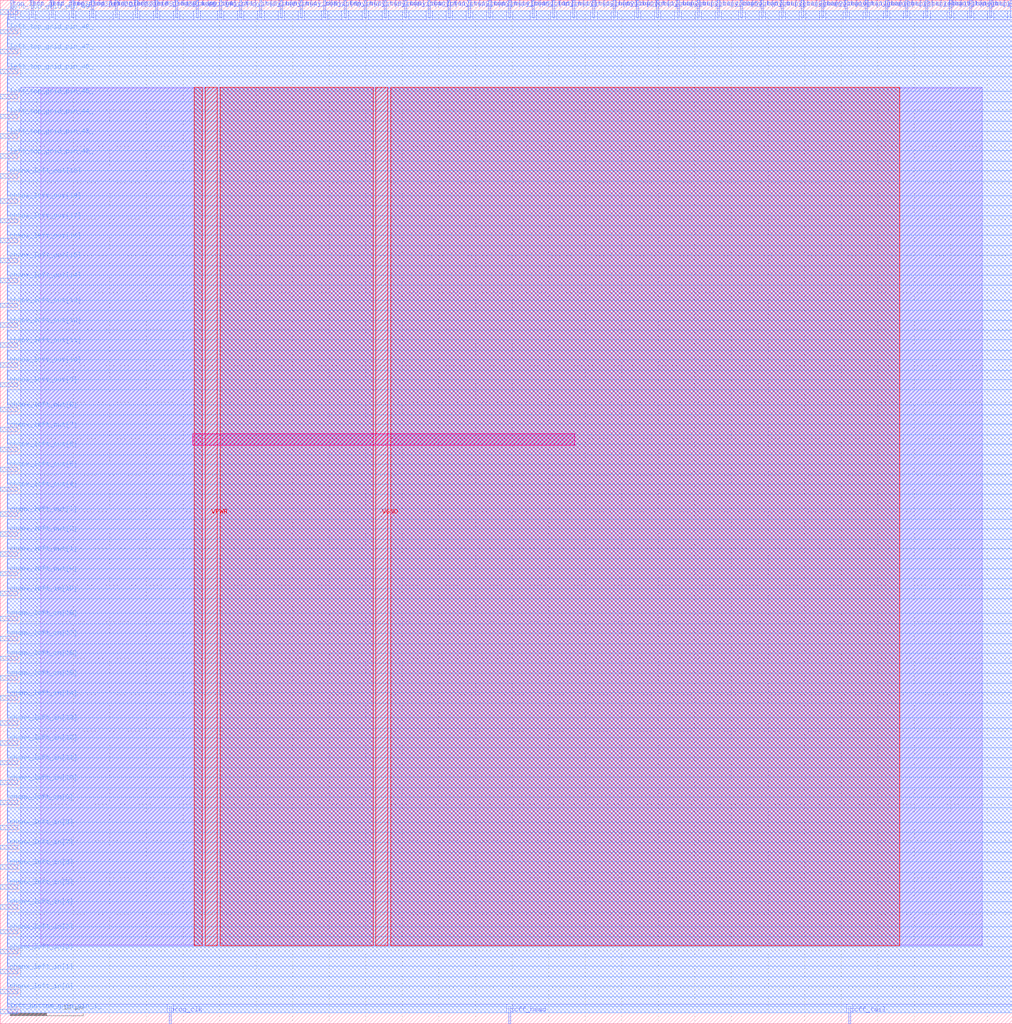
<source format=lef>
VERSION 5.7 ;
  NOWIREEXTENSIONATPIN ON ;
  DIVIDERCHAR "/" ;
  BUSBITCHARS "[]" ;
MACRO sb_2__0_
  CLASS BLOCK ;
  FOREIGN sb_2__0_ ;
  ORIGIN 0.000 0.000 ;
  SIZE 138.395 BY 140.000 ;
  PIN ccff_head
    DIRECTION INPUT ;
    PORT
      LAYER met2 ;
        RECT 69.550 0.000 69.830 2.400 ;
    END
  END ccff_head
  PIN ccff_tail
    DIRECTION OUTPUT TRISTATE ;
    PORT
      LAYER met2 ;
        RECT 116.010 0.000 116.290 2.400 ;
    END
  END ccff_tail
  PIN chanx_left_in[0]
    DIRECTION INPUT ;
    PORT
      LAYER met3 ;
        RECT 0.000 4.120 2.400 4.720 ;
    END
  END chanx_left_in[0]
  PIN chanx_left_in[10]
    DIRECTION INPUT ;
    PORT
      LAYER met3 ;
        RECT 0.000 32.680 2.400 33.280 ;
    END
  END chanx_left_in[10]
  PIN chanx_left_in[11]
    DIRECTION INPUT ;
    PORT
      LAYER met3 ;
        RECT 0.000 35.400 2.400 36.000 ;
    END
  END chanx_left_in[11]
  PIN chanx_left_in[12]
    DIRECTION INPUT ;
    PORT
      LAYER met3 ;
        RECT 0.000 38.120 2.400 38.720 ;
    END
  END chanx_left_in[12]
  PIN chanx_left_in[13]
    DIRECTION INPUT ;
    PORT
      LAYER met3 ;
        RECT 0.000 40.840 2.400 41.440 ;
    END
  END chanx_left_in[13]
  PIN chanx_left_in[14]
    DIRECTION INPUT ;
    PORT
      LAYER met3 ;
        RECT 0.000 44.240 2.400 44.840 ;
    END
  END chanx_left_in[14]
  PIN chanx_left_in[15]
    DIRECTION INPUT ;
    PORT
      LAYER met3 ;
        RECT 0.000 46.960 2.400 47.560 ;
    END
  END chanx_left_in[15]
  PIN chanx_left_in[16]
    DIRECTION INPUT ;
    PORT
      LAYER met3 ;
        RECT 0.000 49.680 2.400 50.280 ;
    END
  END chanx_left_in[16]
  PIN chanx_left_in[17]
    DIRECTION INPUT ;
    PORT
      LAYER met3 ;
        RECT 0.000 52.400 2.400 53.000 ;
    END
  END chanx_left_in[17]
  PIN chanx_left_in[18]
    DIRECTION INPUT ;
    PORT
      LAYER met3 ;
        RECT 0.000 55.120 2.400 55.720 ;
    END
  END chanx_left_in[18]
  PIN chanx_left_in[19]
    DIRECTION INPUT ;
    PORT
      LAYER met3 ;
        RECT 0.000 58.520 2.400 59.120 ;
    END
  END chanx_left_in[19]
  PIN chanx_left_in[1]
    DIRECTION INPUT ;
    PORT
      LAYER met3 ;
        RECT 0.000 6.840 2.400 7.440 ;
    END
  END chanx_left_in[1]
  PIN chanx_left_in[2]
    DIRECTION INPUT ;
    PORT
      LAYER met3 ;
        RECT 0.000 9.560 2.400 10.160 ;
    END
  END chanx_left_in[2]
  PIN chanx_left_in[3]
    DIRECTION INPUT ;
    PORT
      LAYER met3 ;
        RECT 0.000 12.280 2.400 12.880 ;
    END
  END chanx_left_in[3]
  PIN chanx_left_in[4]
    DIRECTION INPUT ;
    PORT
      LAYER met3 ;
        RECT 0.000 15.680 2.400 16.280 ;
    END
  END chanx_left_in[4]
  PIN chanx_left_in[5]
    DIRECTION INPUT ;
    PORT
      LAYER met3 ;
        RECT 0.000 18.400 2.400 19.000 ;
    END
  END chanx_left_in[5]
  PIN chanx_left_in[6]
    DIRECTION INPUT ;
    PORT
      LAYER met3 ;
        RECT 0.000 21.120 2.400 21.720 ;
    END
  END chanx_left_in[6]
  PIN chanx_left_in[7]
    DIRECTION INPUT ;
    PORT
      LAYER met3 ;
        RECT 0.000 23.840 2.400 24.440 ;
    END
  END chanx_left_in[7]
  PIN chanx_left_in[8]
    DIRECTION INPUT ;
    PORT
      LAYER met3 ;
        RECT 0.000 26.560 2.400 27.160 ;
    END
  END chanx_left_in[8]
  PIN chanx_left_in[9]
    DIRECTION INPUT ;
    PORT
      LAYER met3 ;
        RECT 0.000 29.960 2.400 30.560 ;
    END
  END chanx_left_in[9]
  PIN chanx_left_out[0]
    DIRECTION OUTPUT TRISTATE ;
    PORT
      LAYER met3 ;
        RECT 0.000 61.240 2.400 61.840 ;
    END
  END chanx_left_out[0]
  PIN chanx_left_out[10]
    DIRECTION OUTPUT TRISTATE ;
    PORT
      LAYER met3 ;
        RECT 0.000 89.800 2.400 90.400 ;
    END
  END chanx_left_out[10]
  PIN chanx_left_out[11]
    DIRECTION OUTPUT TRISTATE ;
    PORT
      LAYER met3 ;
        RECT 0.000 92.520 2.400 93.120 ;
    END
  END chanx_left_out[11]
  PIN chanx_left_out[12]
    DIRECTION OUTPUT TRISTATE ;
    PORT
      LAYER met3 ;
        RECT 0.000 95.240 2.400 95.840 ;
    END
  END chanx_left_out[12]
  PIN chanx_left_out[13]
    DIRECTION OUTPUT TRISTATE ;
    PORT
      LAYER met3 ;
        RECT 0.000 97.960 2.400 98.560 ;
    END
  END chanx_left_out[13]
  PIN chanx_left_out[14]
    DIRECTION OUTPUT TRISTATE ;
    PORT
      LAYER met3 ;
        RECT 0.000 101.360 2.400 101.960 ;
    END
  END chanx_left_out[14]
  PIN chanx_left_out[15]
    DIRECTION OUTPUT TRISTATE ;
    PORT
      LAYER met3 ;
        RECT 0.000 104.080 2.400 104.680 ;
    END
  END chanx_left_out[15]
  PIN chanx_left_out[16]
    DIRECTION OUTPUT TRISTATE ;
    PORT
      LAYER met3 ;
        RECT 0.000 106.800 2.400 107.400 ;
    END
  END chanx_left_out[16]
  PIN chanx_left_out[17]
    DIRECTION OUTPUT TRISTATE ;
    PORT
      LAYER met3 ;
        RECT 0.000 109.520 2.400 110.120 ;
    END
  END chanx_left_out[17]
  PIN chanx_left_out[18]
    DIRECTION OUTPUT TRISTATE ;
    PORT
      LAYER met3 ;
        RECT 0.000 112.240 2.400 112.840 ;
    END
  END chanx_left_out[18]
  PIN chanx_left_out[19]
    DIRECTION OUTPUT TRISTATE ;
    PORT
      LAYER met3 ;
        RECT 0.000 115.640 2.400 116.240 ;
    END
  END chanx_left_out[19]
  PIN chanx_left_out[1]
    DIRECTION OUTPUT TRISTATE ;
    PORT
      LAYER met3 ;
        RECT 0.000 63.960 2.400 64.560 ;
    END
  END chanx_left_out[1]
  PIN chanx_left_out[2]
    DIRECTION OUTPUT TRISTATE ;
    PORT
      LAYER met3 ;
        RECT 0.000 66.680 2.400 67.280 ;
    END
  END chanx_left_out[2]
  PIN chanx_left_out[3]
    DIRECTION OUTPUT TRISTATE ;
    PORT
      LAYER met3 ;
        RECT 0.000 69.400 2.400 70.000 ;
    END
  END chanx_left_out[3]
  PIN chanx_left_out[4]
    DIRECTION OUTPUT TRISTATE ;
    PORT
      LAYER met3 ;
        RECT 0.000 72.800 2.400 73.400 ;
    END
  END chanx_left_out[4]
  PIN chanx_left_out[5]
    DIRECTION OUTPUT TRISTATE ;
    PORT
      LAYER met3 ;
        RECT 0.000 75.520 2.400 76.120 ;
    END
  END chanx_left_out[5]
  PIN chanx_left_out[6]
    DIRECTION OUTPUT TRISTATE ;
    PORT
      LAYER met3 ;
        RECT 0.000 78.240 2.400 78.840 ;
    END
  END chanx_left_out[6]
  PIN chanx_left_out[7]
    DIRECTION OUTPUT TRISTATE ;
    PORT
      LAYER met3 ;
        RECT 0.000 80.960 2.400 81.560 ;
    END
  END chanx_left_out[7]
  PIN chanx_left_out[8]
    DIRECTION OUTPUT TRISTATE ;
    PORT
      LAYER met3 ;
        RECT 0.000 83.680 2.400 84.280 ;
    END
  END chanx_left_out[8]
  PIN chanx_left_out[9]
    DIRECTION OUTPUT TRISTATE ;
    PORT
      LAYER met3 ;
        RECT 0.000 87.080 2.400 87.680 ;
    END
  END chanx_left_out[9]
  PIN chany_top_in[0]
    DIRECTION INPUT ;
    PORT
      LAYER met2 ;
        RECT 24.010 137.600 24.290 140.000 ;
    END
  END chany_top_in[0]
  PIN chany_top_in[10]
    DIRECTION INPUT ;
    PORT
      LAYER met2 ;
        RECT 52.530 137.600 52.810 140.000 ;
    END
  END chany_top_in[10]
  PIN chany_top_in[11]
    DIRECTION INPUT ;
    PORT
      LAYER met2 ;
        RECT 55.290 137.600 55.570 140.000 ;
    END
  END chany_top_in[11]
  PIN chany_top_in[12]
    DIRECTION INPUT ;
    PORT
      LAYER met2 ;
        RECT 58.510 137.600 58.790 140.000 ;
    END
  END chany_top_in[12]
  PIN chany_top_in[13]
    DIRECTION INPUT ;
    PORT
      LAYER met2 ;
        RECT 61.270 137.600 61.550 140.000 ;
    END
  END chany_top_in[13]
  PIN chany_top_in[14]
    DIRECTION INPUT ;
    PORT
      LAYER met2 ;
        RECT 64.030 137.600 64.310 140.000 ;
    END
  END chany_top_in[14]
  PIN chany_top_in[15]
    DIRECTION INPUT ;
    PORT
      LAYER met2 ;
        RECT 66.790 137.600 67.070 140.000 ;
    END
  END chany_top_in[15]
  PIN chany_top_in[16]
    DIRECTION INPUT ;
    PORT
      LAYER met2 ;
        RECT 69.550 137.600 69.830 140.000 ;
    END
  END chany_top_in[16]
  PIN chany_top_in[17]
    DIRECTION INPUT ;
    PORT
      LAYER met2 ;
        RECT 72.770 137.600 73.050 140.000 ;
    END
  END chany_top_in[17]
  PIN chany_top_in[18]
    DIRECTION INPUT ;
    PORT
      LAYER met2 ;
        RECT 75.530 137.600 75.810 140.000 ;
    END
  END chany_top_in[18]
  PIN chany_top_in[19]
    DIRECTION INPUT ;
    PORT
      LAYER met2 ;
        RECT 78.290 137.600 78.570 140.000 ;
    END
  END chany_top_in[19]
  PIN chany_top_in[1]
    DIRECTION INPUT ;
    PORT
      LAYER met2 ;
        RECT 26.770 137.600 27.050 140.000 ;
    END
  END chany_top_in[1]
  PIN chany_top_in[2]
    DIRECTION INPUT ;
    PORT
      LAYER met2 ;
        RECT 29.990 137.600 30.270 140.000 ;
    END
  END chany_top_in[2]
  PIN chany_top_in[3]
    DIRECTION INPUT ;
    PORT
      LAYER met2 ;
        RECT 32.750 137.600 33.030 140.000 ;
    END
  END chany_top_in[3]
  PIN chany_top_in[4]
    DIRECTION INPUT ;
    PORT
      LAYER met2 ;
        RECT 35.510 137.600 35.790 140.000 ;
    END
  END chany_top_in[4]
  PIN chany_top_in[5]
    DIRECTION INPUT ;
    PORT
      LAYER met2 ;
        RECT 38.270 137.600 38.550 140.000 ;
    END
  END chany_top_in[5]
  PIN chany_top_in[6]
    DIRECTION INPUT ;
    PORT
      LAYER met2 ;
        RECT 41.030 137.600 41.310 140.000 ;
    END
  END chany_top_in[6]
  PIN chany_top_in[7]
    DIRECTION INPUT ;
    PORT
      LAYER met2 ;
        RECT 44.250 137.600 44.530 140.000 ;
    END
  END chany_top_in[7]
  PIN chany_top_in[8]
    DIRECTION INPUT ;
    PORT
      LAYER met2 ;
        RECT 47.010 137.600 47.290 140.000 ;
    END
  END chany_top_in[8]
  PIN chany_top_in[9]
    DIRECTION INPUT ;
    PORT
      LAYER met2 ;
        RECT 49.770 137.600 50.050 140.000 ;
    END
  END chany_top_in[9]
  PIN chany_top_out[0]
    DIRECTION OUTPUT TRISTATE ;
    PORT
      LAYER met2 ;
        RECT 81.050 137.600 81.330 140.000 ;
    END
  END chany_top_out[0]
  PIN chany_top_out[10]
    DIRECTION OUTPUT TRISTATE ;
    PORT
      LAYER met2 ;
        RECT 109.570 137.600 109.850 140.000 ;
    END
  END chany_top_out[10]
  PIN chany_top_out[11]
    DIRECTION OUTPUT TRISTATE ;
    PORT
      LAYER met2 ;
        RECT 112.330 137.600 112.610 140.000 ;
    END
  END chany_top_out[11]
  PIN chany_top_out[12]
    DIRECTION OUTPUT TRISTATE ;
    PORT
      LAYER met2 ;
        RECT 115.550 137.600 115.830 140.000 ;
    END
  END chany_top_out[12]
  PIN chany_top_out[13]
    DIRECTION OUTPUT TRISTATE ;
    PORT
      LAYER met2 ;
        RECT 118.310 137.600 118.590 140.000 ;
    END
  END chany_top_out[13]
  PIN chany_top_out[14]
    DIRECTION OUTPUT TRISTATE ;
    PORT
      LAYER met2 ;
        RECT 121.070 137.600 121.350 140.000 ;
    END
  END chany_top_out[14]
  PIN chany_top_out[15]
    DIRECTION OUTPUT TRISTATE ;
    PORT
      LAYER met2 ;
        RECT 123.830 137.600 124.110 140.000 ;
    END
  END chany_top_out[15]
  PIN chany_top_out[16]
    DIRECTION OUTPUT TRISTATE ;
    PORT
      LAYER met2 ;
        RECT 126.590 137.600 126.870 140.000 ;
    END
  END chany_top_out[16]
  PIN chany_top_out[17]
    DIRECTION OUTPUT TRISTATE ;
    PORT
      LAYER met2 ;
        RECT 129.810 137.600 130.090 140.000 ;
    END
  END chany_top_out[17]
  PIN chany_top_out[18]
    DIRECTION OUTPUT TRISTATE ;
    PORT
      LAYER met2 ;
        RECT 132.570 137.600 132.850 140.000 ;
    END
  END chany_top_out[18]
  PIN chany_top_out[19]
    DIRECTION OUTPUT TRISTATE ;
    PORT
      LAYER met2 ;
        RECT 135.330 137.600 135.610 140.000 ;
    END
  END chany_top_out[19]
  PIN chany_top_out[1]
    DIRECTION OUTPUT TRISTATE ;
    PORT
      LAYER met2 ;
        RECT 83.810 137.600 84.090 140.000 ;
    END
  END chany_top_out[1]
  PIN chany_top_out[2]
    DIRECTION OUTPUT TRISTATE ;
    PORT
      LAYER met2 ;
        RECT 87.030 137.600 87.310 140.000 ;
    END
  END chany_top_out[2]
  PIN chany_top_out[3]
    DIRECTION OUTPUT TRISTATE ;
    PORT
      LAYER met2 ;
        RECT 89.790 137.600 90.070 140.000 ;
    END
  END chany_top_out[3]
  PIN chany_top_out[4]
    DIRECTION OUTPUT TRISTATE ;
    PORT
      LAYER met2 ;
        RECT 92.550 137.600 92.830 140.000 ;
    END
  END chany_top_out[4]
  PIN chany_top_out[5]
    DIRECTION OUTPUT TRISTATE ;
    PORT
      LAYER met2 ;
        RECT 95.310 137.600 95.590 140.000 ;
    END
  END chany_top_out[5]
  PIN chany_top_out[6]
    DIRECTION OUTPUT TRISTATE ;
    PORT
      LAYER met2 ;
        RECT 98.070 137.600 98.350 140.000 ;
    END
  END chany_top_out[6]
  PIN chany_top_out[7]
    DIRECTION OUTPUT TRISTATE ;
    PORT
      LAYER met2 ;
        RECT 101.290 137.600 101.570 140.000 ;
    END
  END chany_top_out[7]
  PIN chany_top_out[8]
    DIRECTION OUTPUT TRISTATE ;
    PORT
      LAYER met2 ;
        RECT 104.050 137.600 104.330 140.000 ;
    END
  END chany_top_out[8]
  PIN chany_top_out[9]
    DIRECTION OUTPUT TRISTATE ;
    PORT
      LAYER met2 ;
        RECT 106.810 137.600 107.090 140.000 ;
    END
  END chany_top_out[9]
  PIN left_bottom_grid_pin_1_
    DIRECTION INPUT ;
    PORT
      LAYER met3 ;
        RECT 0.000 1.400 2.400 2.000 ;
    END
  END left_bottom_grid_pin_1_
  PIN left_top_grid_pin_42_
    DIRECTION INPUT ;
    PORT
      LAYER met3 ;
        RECT 0.000 118.360 2.400 118.960 ;
    END
  END left_top_grid_pin_42_
  PIN left_top_grid_pin_43_
    DIRECTION INPUT ;
    PORT
      LAYER met3 ;
        RECT 0.000 121.080 2.400 121.680 ;
    END
  END left_top_grid_pin_43_
  PIN left_top_grid_pin_44_
    DIRECTION INPUT ;
    PORT
      LAYER met3 ;
        RECT 0.000 123.800 2.400 124.400 ;
    END
  END left_top_grid_pin_44_
  PIN left_top_grid_pin_45_
    DIRECTION INPUT ;
    PORT
      LAYER met3 ;
        RECT 0.000 126.520 2.400 127.120 ;
    END
  END left_top_grid_pin_45_
  PIN left_top_grid_pin_46_
    DIRECTION INPUT ;
    PORT
      LAYER met3 ;
        RECT 0.000 129.920 2.400 130.520 ;
    END
  END left_top_grid_pin_46_
  PIN left_top_grid_pin_47_
    DIRECTION INPUT ;
    PORT
      LAYER met3 ;
        RECT 0.000 132.640 2.400 133.240 ;
    END
  END left_top_grid_pin_47_
  PIN left_top_grid_pin_48_
    DIRECTION INPUT ;
    PORT
      LAYER met3 ;
        RECT 0.000 135.360 2.400 135.960 ;
    END
  END left_top_grid_pin_48_
  PIN left_top_grid_pin_49_
    DIRECTION INPUT ;
    PORT
      LAYER met3 ;
        RECT 0.000 138.080 2.400 138.680 ;
    END
  END left_top_grid_pin_49_
  PIN prog_clk
    DIRECTION INPUT ;
    PORT
      LAYER met2 ;
        RECT 23.090 0.000 23.370 2.400 ;
    END
  END prog_clk
  PIN top_left_grid_pin_34_
    DIRECTION INPUT ;
    PORT
      LAYER met2 ;
        RECT 1.470 137.600 1.750 140.000 ;
    END
  END top_left_grid_pin_34_
  PIN top_left_grid_pin_35_
    DIRECTION INPUT ;
    PORT
      LAYER met2 ;
        RECT 4.230 137.600 4.510 140.000 ;
    END
  END top_left_grid_pin_35_
  PIN top_left_grid_pin_36_
    DIRECTION INPUT ;
    PORT
      LAYER met2 ;
        RECT 6.990 137.600 7.270 140.000 ;
    END
  END top_left_grid_pin_36_
  PIN top_left_grid_pin_37_
    DIRECTION INPUT ;
    PORT
      LAYER met2 ;
        RECT 9.750 137.600 10.030 140.000 ;
    END
  END top_left_grid_pin_37_
  PIN top_left_grid_pin_38_
    DIRECTION INPUT ;
    PORT
      LAYER met2 ;
        RECT 12.510 137.600 12.790 140.000 ;
    END
  END top_left_grid_pin_38_
  PIN top_left_grid_pin_39_
    DIRECTION INPUT ;
    PORT
      LAYER met2 ;
        RECT 15.730 137.600 16.010 140.000 ;
    END
  END top_left_grid_pin_39_
  PIN top_left_grid_pin_40_
    DIRECTION INPUT ;
    PORT
      LAYER met2 ;
        RECT 18.490 137.600 18.770 140.000 ;
    END
  END top_left_grid_pin_40_
  PIN top_left_grid_pin_41_
    DIRECTION INPUT ;
    PORT
      LAYER met2 ;
        RECT 21.250 137.600 21.530 140.000 ;
    END
  END top_left_grid_pin_41_
  PIN top_right_grid_pin_1_
    DIRECTION INPUT ;
    PORT
      LAYER met2 ;
        RECT 138.090 137.600 138.370 140.000 ;
    END
  END top_right_grid_pin_1_
  PIN VPWR
    DIRECTION INPUT ;
    USE POWER ;
    PORT
      LAYER met4 ;
        RECT 28.055 10.640 29.655 128.080 ;
    END
  END VPWR
  PIN VGND
    DIRECTION INPUT ;
    USE GROUND ;
    PORT
      LAYER met4 ;
        RECT 51.385 10.640 52.985 128.080 ;
    END
  END VGND
  OBS
      LAYER li1 ;
        RECT 5.520 10.795 134.320 127.925 ;
      LAYER met1 ;
        RECT 2.830 10.640 134.320 128.080 ;
      LAYER met2 ;
        RECT 1.010 137.320 1.190 138.565 ;
        RECT 2.030 137.320 3.950 138.565 ;
        RECT 4.790 137.320 6.710 138.565 ;
        RECT 7.550 137.320 9.470 138.565 ;
        RECT 10.310 137.320 12.230 138.565 ;
        RECT 13.070 137.320 15.450 138.565 ;
        RECT 16.290 137.320 18.210 138.565 ;
        RECT 19.050 137.320 20.970 138.565 ;
        RECT 21.810 137.320 23.730 138.565 ;
        RECT 24.570 137.320 26.490 138.565 ;
        RECT 27.330 137.320 29.710 138.565 ;
        RECT 30.550 137.320 32.470 138.565 ;
        RECT 33.310 137.320 35.230 138.565 ;
        RECT 36.070 137.320 37.990 138.565 ;
        RECT 38.830 137.320 40.750 138.565 ;
        RECT 41.590 137.320 43.970 138.565 ;
        RECT 44.810 137.320 46.730 138.565 ;
        RECT 47.570 137.320 49.490 138.565 ;
        RECT 50.330 137.320 52.250 138.565 ;
        RECT 53.090 137.320 55.010 138.565 ;
        RECT 55.850 137.320 58.230 138.565 ;
        RECT 59.070 137.320 60.990 138.565 ;
        RECT 61.830 137.320 63.750 138.565 ;
        RECT 64.590 137.320 66.510 138.565 ;
        RECT 67.350 137.320 69.270 138.565 ;
        RECT 70.110 137.320 72.490 138.565 ;
        RECT 73.330 137.320 75.250 138.565 ;
        RECT 76.090 137.320 78.010 138.565 ;
        RECT 78.850 137.320 80.770 138.565 ;
        RECT 81.610 137.320 83.530 138.565 ;
        RECT 84.370 137.320 86.750 138.565 ;
        RECT 87.590 137.320 89.510 138.565 ;
        RECT 90.350 137.320 92.270 138.565 ;
        RECT 93.110 137.320 95.030 138.565 ;
        RECT 95.870 137.320 97.790 138.565 ;
        RECT 98.630 137.320 101.010 138.565 ;
        RECT 101.850 137.320 103.770 138.565 ;
        RECT 104.610 137.320 106.530 138.565 ;
        RECT 107.370 137.320 109.290 138.565 ;
        RECT 110.130 137.320 112.050 138.565 ;
        RECT 112.890 137.320 115.270 138.565 ;
        RECT 116.110 137.320 118.030 138.565 ;
        RECT 118.870 137.320 120.790 138.565 ;
        RECT 121.630 137.320 123.550 138.565 ;
        RECT 124.390 137.320 126.310 138.565 ;
        RECT 127.150 137.320 129.530 138.565 ;
        RECT 130.370 137.320 132.290 138.565 ;
        RECT 133.130 137.320 135.050 138.565 ;
        RECT 135.890 137.320 137.810 138.565 ;
        RECT 1.010 2.680 138.370 137.320 ;
        RECT 1.010 1.515 22.810 2.680 ;
        RECT 23.650 1.515 69.270 2.680 ;
        RECT 70.110 1.515 115.730 2.680 ;
        RECT 116.570 1.515 138.370 2.680 ;
      LAYER met3 ;
        RECT 2.800 137.680 138.395 138.545 ;
        RECT 0.985 136.360 138.395 137.680 ;
        RECT 2.800 134.960 138.395 136.360 ;
        RECT 0.985 133.640 138.395 134.960 ;
        RECT 2.800 132.240 138.395 133.640 ;
        RECT 0.985 130.920 138.395 132.240 ;
        RECT 2.800 129.520 138.395 130.920 ;
        RECT 0.985 127.520 138.395 129.520 ;
        RECT 2.800 126.120 138.395 127.520 ;
        RECT 0.985 124.800 138.395 126.120 ;
        RECT 2.800 123.400 138.395 124.800 ;
        RECT 0.985 122.080 138.395 123.400 ;
        RECT 2.800 120.680 138.395 122.080 ;
        RECT 0.985 119.360 138.395 120.680 ;
        RECT 2.800 117.960 138.395 119.360 ;
        RECT 0.985 116.640 138.395 117.960 ;
        RECT 2.800 115.240 138.395 116.640 ;
        RECT 0.985 113.240 138.395 115.240 ;
        RECT 2.800 111.840 138.395 113.240 ;
        RECT 0.985 110.520 138.395 111.840 ;
        RECT 2.800 109.120 138.395 110.520 ;
        RECT 0.985 107.800 138.395 109.120 ;
        RECT 2.800 106.400 138.395 107.800 ;
        RECT 0.985 105.080 138.395 106.400 ;
        RECT 2.800 103.680 138.395 105.080 ;
        RECT 0.985 102.360 138.395 103.680 ;
        RECT 2.800 100.960 138.395 102.360 ;
        RECT 0.985 98.960 138.395 100.960 ;
        RECT 2.800 97.560 138.395 98.960 ;
        RECT 0.985 96.240 138.395 97.560 ;
        RECT 2.800 94.840 138.395 96.240 ;
        RECT 0.985 93.520 138.395 94.840 ;
        RECT 2.800 92.120 138.395 93.520 ;
        RECT 0.985 90.800 138.395 92.120 ;
        RECT 2.800 89.400 138.395 90.800 ;
        RECT 0.985 88.080 138.395 89.400 ;
        RECT 2.800 86.680 138.395 88.080 ;
        RECT 0.985 84.680 138.395 86.680 ;
        RECT 2.800 83.280 138.395 84.680 ;
        RECT 0.985 81.960 138.395 83.280 ;
        RECT 2.800 80.560 138.395 81.960 ;
        RECT 0.985 79.240 138.395 80.560 ;
        RECT 2.800 77.840 138.395 79.240 ;
        RECT 0.985 76.520 138.395 77.840 ;
        RECT 2.800 75.120 138.395 76.520 ;
        RECT 0.985 73.800 138.395 75.120 ;
        RECT 2.800 72.400 138.395 73.800 ;
        RECT 0.985 70.400 138.395 72.400 ;
        RECT 2.800 69.000 138.395 70.400 ;
        RECT 0.985 67.680 138.395 69.000 ;
        RECT 2.800 66.280 138.395 67.680 ;
        RECT 0.985 64.960 138.395 66.280 ;
        RECT 2.800 63.560 138.395 64.960 ;
        RECT 0.985 62.240 138.395 63.560 ;
        RECT 2.800 60.840 138.395 62.240 ;
        RECT 0.985 59.520 138.395 60.840 ;
        RECT 2.800 58.120 138.395 59.520 ;
        RECT 0.985 56.120 138.395 58.120 ;
        RECT 2.800 54.720 138.395 56.120 ;
        RECT 0.985 53.400 138.395 54.720 ;
        RECT 2.800 52.000 138.395 53.400 ;
        RECT 0.985 50.680 138.395 52.000 ;
        RECT 2.800 49.280 138.395 50.680 ;
        RECT 0.985 47.960 138.395 49.280 ;
        RECT 2.800 46.560 138.395 47.960 ;
        RECT 0.985 45.240 138.395 46.560 ;
        RECT 2.800 43.840 138.395 45.240 ;
        RECT 0.985 41.840 138.395 43.840 ;
        RECT 2.800 40.440 138.395 41.840 ;
        RECT 0.985 39.120 138.395 40.440 ;
        RECT 2.800 37.720 138.395 39.120 ;
        RECT 0.985 36.400 138.395 37.720 ;
        RECT 2.800 35.000 138.395 36.400 ;
        RECT 0.985 33.680 138.395 35.000 ;
        RECT 2.800 32.280 138.395 33.680 ;
        RECT 0.985 30.960 138.395 32.280 ;
        RECT 2.800 29.560 138.395 30.960 ;
        RECT 0.985 27.560 138.395 29.560 ;
        RECT 2.800 26.160 138.395 27.560 ;
        RECT 0.985 24.840 138.395 26.160 ;
        RECT 2.800 23.440 138.395 24.840 ;
        RECT 0.985 22.120 138.395 23.440 ;
        RECT 2.800 20.720 138.395 22.120 ;
        RECT 0.985 19.400 138.395 20.720 ;
        RECT 2.800 18.000 138.395 19.400 ;
        RECT 0.985 16.680 138.395 18.000 ;
        RECT 2.800 15.280 138.395 16.680 ;
        RECT 0.985 13.280 138.395 15.280 ;
        RECT 2.800 11.880 138.395 13.280 ;
        RECT 0.985 10.560 138.395 11.880 ;
        RECT 2.800 9.160 138.395 10.560 ;
        RECT 0.985 7.840 138.395 9.160 ;
        RECT 2.800 6.440 138.395 7.840 ;
        RECT 0.985 5.120 138.395 6.440 ;
        RECT 2.800 3.720 138.395 5.120 ;
        RECT 0.985 2.400 138.395 3.720 ;
        RECT 2.800 1.535 138.395 2.400 ;
      LAYER met4 ;
        RECT 26.550 10.640 27.655 128.080 ;
        RECT 30.055 10.640 50.985 128.080 ;
        RECT 53.385 10.640 122.985 128.080 ;
      LAYER met5 ;
        RECT 26.340 79.100 78.540 80.700 ;
  END
END sb_2__0_
END LIBRARY


</source>
